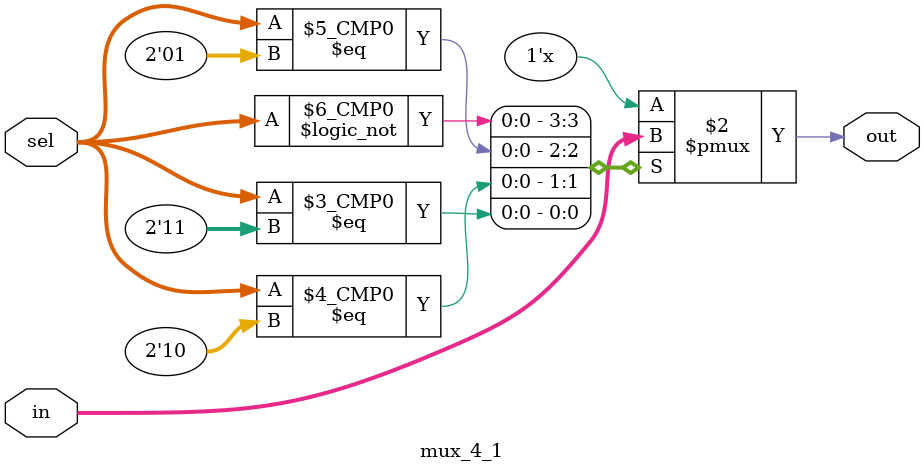
<source format=v>
module mux_4_1(
    input [3:0] in,
    input [1:0] sel,
    output reg out
    );
    always @(*) begin
        case(sel)
            2'b00:out = in[3];
            2'b01:out = in[2];
            2'b10:out = in[1];
            2'b11:out = in[0];
        endcase
    end
endmodule
</source>
